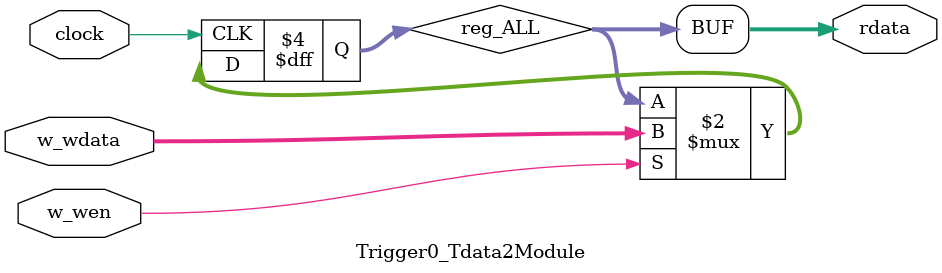
<source format=sv>
`ifndef RANDOMIZE
  `ifdef RANDOMIZE_MEM_INIT
    `define RANDOMIZE
  `endif // RANDOMIZE_MEM_INIT
`endif // not def RANDOMIZE
`ifndef RANDOMIZE
  `ifdef RANDOMIZE_REG_INIT
    `define RANDOMIZE
  `endif // RANDOMIZE_REG_INIT
`endif // not def RANDOMIZE

`ifndef RANDOM
  `define RANDOM $random
`endif // not def RANDOM

// Users can define INIT_RANDOM as general code that gets injected into the
// initializer block for modules with registers.
`ifndef INIT_RANDOM
  `define INIT_RANDOM
`endif // not def INIT_RANDOM

// If using random initialization, you can also define RANDOMIZE_DELAY to
// customize the delay used, otherwise 0.002 is used.
`ifndef RANDOMIZE_DELAY
  `define RANDOMIZE_DELAY 0.002
`endif // not def RANDOMIZE_DELAY

// Define INIT_RANDOM_PROLOG_ for use in our modules below.
`ifndef INIT_RANDOM_PROLOG_
  `ifdef RANDOMIZE
    `ifdef VERILATOR
      `define INIT_RANDOM_PROLOG_ `INIT_RANDOM
    `else  // VERILATOR
      `define INIT_RANDOM_PROLOG_ `INIT_RANDOM #`RANDOMIZE_DELAY begin end
    `endif // VERILATOR
  `else  // RANDOMIZE
    `define INIT_RANDOM_PROLOG_
  `endif // RANDOMIZE
`endif // not def INIT_RANDOM_PROLOG_

// Include register initializers in init blocks unless synthesis is set
`ifndef SYNTHESIS
  `ifndef ENABLE_INITIAL_REG_
    `define ENABLE_INITIAL_REG_
  `endif // not def ENABLE_INITIAL_REG_
`endif // not def SYNTHESIS

// Include rmemory initializers in init blocks unless synthesis is set
`ifndef SYNTHESIS
  `ifndef ENABLE_INITIAL_MEM_
    `define ENABLE_INITIAL_MEM_
  `endif // not def ENABLE_INITIAL_MEM_
`endif // not def SYNTHESIS

module Trigger0_Tdata2Module(
  input         clock,
  input         w_wen,
  input  [63:0] w_wdata,
  output [63:0] rdata
);

  reg [63:0] reg_ALL;
  always @(posedge clock) begin
    if (w_wen)
      reg_ALL <= w_wdata;
  end // always @(posedge)
  `ifdef ENABLE_INITIAL_REG_
    `ifdef FIRRTL_BEFORE_INITIAL
      `FIRRTL_BEFORE_INITIAL
    `endif // FIRRTL_BEFORE_INITIAL
    logic [31:0] _RANDOM[0:1];
    initial begin
      `ifdef INIT_RANDOM_PROLOG_
        `INIT_RANDOM_PROLOG_
      `endif // INIT_RANDOM_PROLOG_
      `ifdef RANDOMIZE_REG_INIT
        for (logic [1:0] i = 2'h0; i < 2'h2; i += 2'h1) begin
          _RANDOM[i[0]] = `RANDOM;
        end
        reg_ALL = {_RANDOM[1'h0], _RANDOM[1'h1]};
      `endif // RANDOMIZE_REG_INIT
    end // initial
    `ifdef FIRRTL_AFTER_INITIAL
      `FIRRTL_AFTER_INITIAL
    `endif // FIRRTL_AFTER_INITIAL
  `endif // ENABLE_INITIAL_REG_
  assign rdata = reg_ALL;
endmodule


</source>
